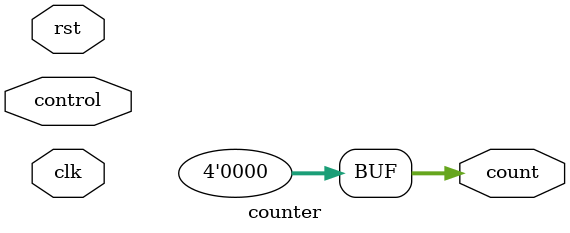
<source format=v>
module counter #(parameter W=4)(
	input clk,
	input rst,
  input [1:0] control, //control
  output reg [W-1:0] count //counter value
);
	localparam stateHold = 2'b00,
             stateReset = 2'b11,
             stateIncrement = 2'b01,
             stateDecrement = 2'b10;
				 
	always @(rst)
		count = {W{1'b0}};

	always @(posedge clk) begin
		if (rst)
			count <= {W{1'b0}};
		else
			case(control)
				stateHold: begin //hold current counter value
					end
				stateIncrement: //increment counter
					count <= count + 1;
				stateDecrement: //decrement Counter
					count <= count - 1;
				stateReset: //reset Counter
					count <= {W{1'b0}};
			endcase
	end
endmodule

</source>
